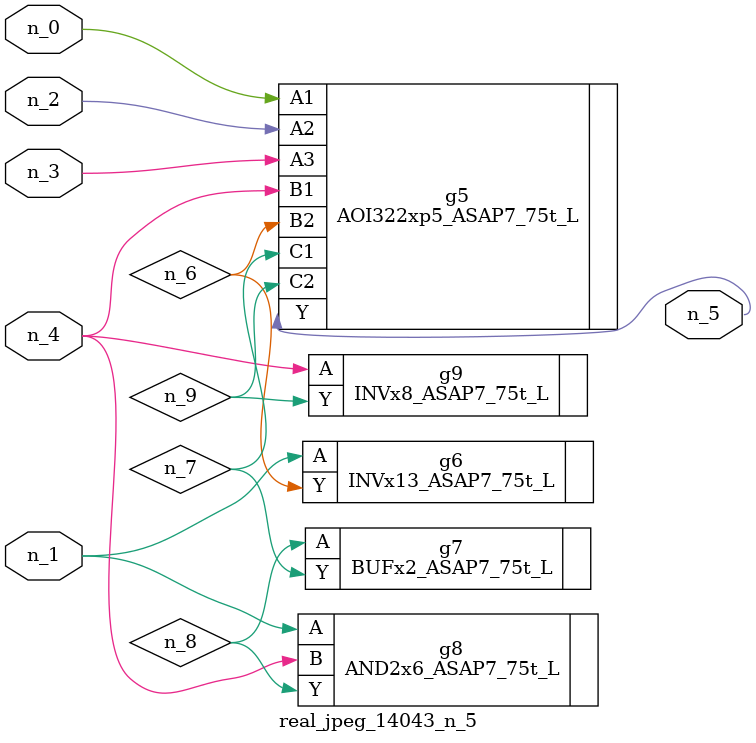
<source format=v>
module real_jpeg_14043_n_5 (n_4, n_0, n_1, n_2, n_3, n_5);

input n_4;
input n_0;
input n_1;
input n_2;
input n_3;

output n_5;

wire n_8;
wire n_6;
wire n_7;
wire n_9;

AOI322xp5_ASAP7_75t_L g5 ( 
.A1(n_0),
.A2(n_2),
.A3(n_3),
.B1(n_4),
.B2(n_6),
.C1(n_7),
.C2(n_9),
.Y(n_5)
);

INVx13_ASAP7_75t_L g6 ( 
.A(n_1),
.Y(n_6)
);

AND2x6_ASAP7_75t_L g8 ( 
.A(n_1),
.B(n_4),
.Y(n_8)
);

INVx8_ASAP7_75t_L g9 ( 
.A(n_4),
.Y(n_9)
);

BUFx2_ASAP7_75t_L g7 ( 
.A(n_8),
.Y(n_7)
);


endmodule
</source>
